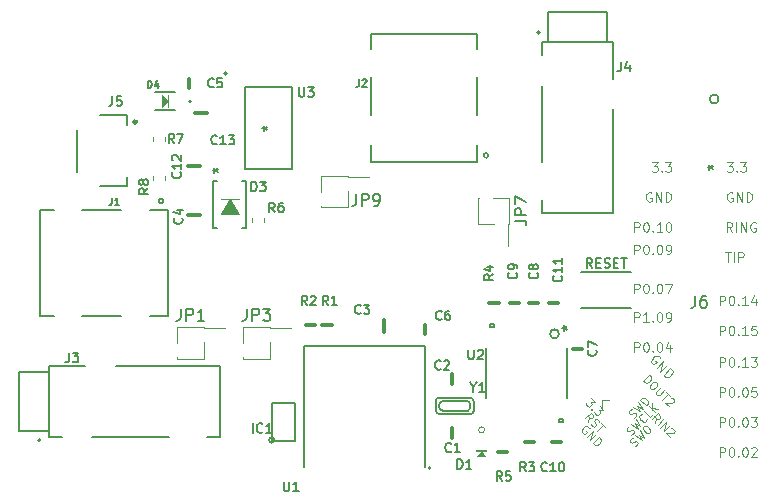
<source format=gto>
G04 #@! TF.GenerationSoftware,KiCad,Pcbnew,(5.1.6-0-10_14)*
G04 #@! TF.CreationDate,2021-09-10T12:16:29-05:00*
G04 #@! TF.ProjectId,DFC_REV_D,4446435f-5245-4565-9f44-2e6b69636164,rev?*
G04 #@! TF.SameCoordinates,Original*
G04 #@! TF.FileFunction,Legend,Top*
G04 #@! TF.FilePolarity,Positive*
%FSLAX46Y46*%
G04 Gerber Fmt 4.6, Leading zero omitted, Abs format (unit mm)*
G04 Created by KiCad (PCBNEW (5.1.6-0-10_14)) date 2021-09-10 12:16:29*
%MOMM*%
%LPD*%
G01*
G04 APERTURE LIST*
%ADD10C,0.100000*%
%ADD11C,0.152400*%
%ADD12C,0.120000*%
%ADD13C,0.200000*%
%ADD14C,0.127000*%
%ADD15C,0.304800*%
%ADD16C,0.203200*%
%ADD17C,0.300000*%
%ADD18C,0.150000*%
%ADD19C,0.146304*%
G04 APERTURE END LIST*
D10*
X172435761Y-109396932D02*
X172530042Y-109349792D01*
X172647893Y-109231941D01*
X172671463Y-109161230D01*
X172671463Y-109114089D01*
X172647893Y-109043379D01*
X172600752Y-108996238D01*
X172530042Y-108972668D01*
X172482901Y-108972668D01*
X172412190Y-108996238D01*
X172294339Y-109066949D01*
X172223629Y-109090519D01*
X172176488Y-109090519D01*
X172105778Y-109066949D01*
X172058637Y-109019809D01*
X172035067Y-108949098D01*
X172035067Y-108901957D01*
X172058637Y-108831247D01*
X172176488Y-108713396D01*
X172270769Y-108666255D01*
X172412190Y-108477693D02*
X173025016Y-108854817D01*
X172765744Y-108406983D01*
X173213578Y-108666255D01*
X172836455Y-108053429D01*
X173755693Y-108029859D02*
X173755693Y-108076999D01*
X173708553Y-108171280D01*
X173661412Y-108218421D01*
X173567132Y-108265561D01*
X173472851Y-108265561D01*
X173402140Y-108241991D01*
X173284289Y-108171280D01*
X173213578Y-108100570D01*
X173142867Y-107982719D01*
X173119297Y-107912008D01*
X173119297Y-107817727D01*
X173166438Y-107723446D01*
X173213578Y-107676306D01*
X173307859Y-107629165D01*
X173355000Y-107629165D01*
X174250668Y-107629165D02*
X174014966Y-107864867D01*
X173519991Y-107369893D01*
X174415660Y-107464174D02*
X173920685Y-106969199D01*
X174698502Y-107181331D02*
X174203528Y-107110620D01*
X174203528Y-106686356D02*
X174203528Y-107252042D01*
X172629595Y-107933098D02*
X172723876Y-107885957D01*
X172841727Y-107768106D01*
X172865297Y-107697396D01*
X172865297Y-107650255D01*
X172841727Y-107579544D01*
X172794587Y-107532404D01*
X172723876Y-107508834D01*
X172676735Y-107508834D01*
X172606025Y-107532404D01*
X172488174Y-107603115D01*
X172417463Y-107626685D01*
X172370322Y-107626685D01*
X172299612Y-107603115D01*
X172252471Y-107555974D01*
X172228901Y-107485264D01*
X172228901Y-107438123D01*
X172252471Y-107367412D01*
X172370322Y-107249561D01*
X172464603Y-107202421D01*
X172606025Y-107013859D02*
X173218851Y-107390983D01*
X172959578Y-106943148D01*
X173407412Y-107202421D01*
X173030289Y-106589595D01*
X173713825Y-106896008D02*
X173218851Y-106401033D01*
X173336702Y-106283182D01*
X173430983Y-106236042D01*
X173525264Y-106236042D01*
X173595974Y-106259612D01*
X173713825Y-106330322D01*
X173784536Y-106401033D01*
X173855247Y-106518884D01*
X173878817Y-106589595D01*
X173878817Y-106683876D01*
X173831677Y-106778157D01*
X173713825Y-106896008D01*
X172744810Y-110357883D02*
X172839091Y-110310743D01*
X172956942Y-110192891D01*
X172980512Y-110122181D01*
X172980512Y-110075040D01*
X172956942Y-110004330D01*
X172909801Y-109957189D01*
X172839091Y-109933619D01*
X172791950Y-109933619D01*
X172721240Y-109957189D01*
X172603389Y-110027900D01*
X172532678Y-110051470D01*
X172485537Y-110051470D01*
X172414827Y-110027900D01*
X172367686Y-109980759D01*
X172344116Y-109910049D01*
X172344116Y-109862908D01*
X172367686Y-109792198D01*
X172485537Y-109674346D01*
X172579818Y-109627206D01*
X172721240Y-109438644D02*
X173334066Y-109815768D01*
X173074793Y-109367933D01*
X173522627Y-109627206D01*
X173145504Y-109014380D01*
X173428346Y-108731537D02*
X173522627Y-108637256D01*
X173593338Y-108613686D01*
X173687619Y-108613686D01*
X173805470Y-108684397D01*
X173970462Y-108849389D01*
X174041172Y-108967240D01*
X174041172Y-109061521D01*
X174017602Y-109132231D01*
X173923321Y-109226512D01*
X173852610Y-109250082D01*
X173758330Y-109250082D01*
X173640478Y-109179372D01*
X173475487Y-109014380D01*
X173404776Y-108896529D01*
X173404776Y-108802248D01*
X173428346Y-108731537D01*
X168907363Y-108849389D02*
X168883793Y-108778678D01*
X168813082Y-108707967D01*
X168718801Y-108660827D01*
X168624521Y-108660827D01*
X168553810Y-108684397D01*
X168435959Y-108755108D01*
X168365248Y-108825818D01*
X168294537Y-108943669D01*
X168270967Y-109014380D01*
X168270967Y-109108661D01*
X168318108Y-109202942D01*
X168365248Y-109250082D01*
X168459529Y-109297223D01*
X168506669Y-109297223D01*
X168671661Y-109132231D01*
X168577380Y-109037950D01*
X168671661Y-109556495D02*
X169166636Y-109061521D01*
X168954504Y-109839338D01*
X169449478Y-109344363D01*
X169190206Y-110075040D02*
X169685181Y-109580066D01*
X169803032Y-109697917D01*
X169850172Y-109792198D01*
X169850172Y-109886478D01*
X169826602Y-109957189D01*
X169755891Y-110075040D01*
X169685181Y-110145751D01*
X169567330Y-110216462D01*
X169496619Y-110240032D01*
X169402338Y-110240032D01*
X169308057Y-110192891D01*
X169190206Y-110075040D01*
X168796025Y-108283859D02*
X168866735Y-107883165D01*
X168513182Y-108001016D02*
X169008157Y-107506042D01*
X169196719Y-107694603D01*
X169220289Y-107765314D01*
X169220289Y-107812455D01*
X169196719Y-107883165D01*
X169126008Y-107953876D01*
X169055297Y-107977446D01*
X169008157Y-107977446D01*
X168937446Y-107953876D01*
X168748884Y-107765314D01*
X169008157Y-108448851D02*
X169055297Y-108543132D01*
X169173148Y-108660983D01*
X169243859Y-108684553D01*
X169291000Y-108684553D01*
X169361710Y-108660983D01*
X169408851Y-108613842D01*
X169432421Y-108543132D01*
X169432421Y-108495991D01*
X169408851Y-108425280D01*
X169338140Y-108307429D01*
X169314570Y-108236719D01*
X169314570Y-108189578D01*
X169338140Y-108118867D01*
X169385280Y-108071727D01*
X169455991Y-108048157D01*
X169503132Y-108048157D01*
X169573842Y-108071727D01*
X169691693Y-108189578D01*
X169738834Y-108283859D01*
X169903825Y-108401710D02*
X170186668Y-108684553D01*
X169550272Y-109038106D02*
X170045247Y-108543132D01*
X169043512Y-106271397D02*
X169349925Y-106577810D01*
X168996372Y-106601380D01*
X169067082Y-106672091D01*
X169090653Y-106742801D01*
X169090653Y-106789942D01*
X169067082Y-106860653D01*
X168949231Y-106978504D01*
X168878521Y-107002074D01*
X168831380Y-107002074D01*
X168760669Y-106978504D01*
X168619248Y-106837082D01*
X168595678Y-106766372D01*
X168595678Y-106719231D01*
X169114223Y-107237776D02*
X169114223Y-107284917D01*
X169067082Y-107284917D01*
X169067082Y-107237776D01*
X169114223Y-107237776D01*
X169067082Y-107284917D01*
X169750619Y-106978504D02*
X170057032Y-107284917D01*
X169703478Y-107308487D01*
X169774189Y-107379198D01*
X169797759Y-107449908D01*
X169797759Y-107497049D01*
X169774189Y-107567759D01*
X169656338Y-107685610D01*
X169585627Y-107709181D01*
X169538487Y-107709181D01*
X169467776Y-107685610D01*
X169326355Y-107544189D01*
X169302785Y-107473478D01*
X169302785Y-107426338D01*
X172701142Y-92182904D02*
X172701142Y-91382904D01*
X173005904Y-91382904D01*
X173082095Y-91421000D01*
X173120190Y-91459095D01*
X173158285Y-91535285D01*
X173158285Y-91649571D01*
X173120190Y-91725761D01*
X173082095Y-91763857D01*
X173005904Y-91801952D01*
X172701142Y-91801952D01*
X173653523Y-91382904D02*
X173729714Y-91382904D01*
X173805904Y-91421000D01*
X173844000Y-91459095D01*
X173882095Y-91535285D01*
X173920190Y-91687666D01*
X173920190Y-91878142D01*
X173882095Y-92030523D01*
X173844000Y-92106714D01*
X173805904Y-92144809D01*
X173729714Y-92182904D01*
X173653523Y-92182904D01*
X173577333Y-92144809D01*
X173539238Y-92106714D01*
X173501142Y-92030523D01*
X173463047Y-91878142D01*
X173463047Y-91687666D01*
X173501142Y-91535285D01*
X173539238Y-91459095D01*
X173577333Y-91421000D01*
X173653523Y-91382904D01*
X174263047Y-92106714D02*
X174301142Y-92144809D01*
X174263047Y-92182904D01*
X174224952Y-92144809D01*
X174263047Y-92106714D01*
X174263047Y-92182904D01*
X175063047Y-92182904D02*
X174605904Y-92182904D01*
X174834476Y-92182904D02*
X174834476Y-91382904D01*
X174758285Y-91497190D01*
X174682095Y-91573380D01*
X174605904Y-91611476D01*
X175558285Y-91382904D02*
X175634476Y-91382904D01*
X175710666Y-91421000D01*
X175748761Y-91459095D01*
X175786857Y-91535285D01*
X175824952Y-91687666D01*
X175824952Y-91878142D01*
X175786857Y-92030523D01*
X175748761Y-92106714D01*
X175710666Y-92144809D01*
X175634476Y-92182904D01*
X175558285Y-92182904D01*
X175482095Y-92144809D01*
X175444000Y-92106714D01*
X175405904Y-92030523D01*
X175367809Y-91878142D01*
X175367809Y-91687666D01*
X175405904Y-91535285D01*
X175444000Y-91459095D01*
X175482095Y-91421000D01*
X175558285Y-91382904D01*
X172701142Y-102342904D02*
X172701142Y-101542904D01*
X173005904Y-101542904D01*
X173082095Y-101581000D01*
X173120190Y-101619095D01*
X173158285Y-101695285D01*
X173158285Y-101809571D01*
X173120190Y-101885761D01*
X173082095Y-101923857D01*
X173005904Y-101961952D01*
X172701142Y-101961952D01*
X173653523Y-101542904D02*
X173729714Y-101542904D01*
X173805904Y-101581000D01*
X173844000Y-101619095D01*
X173882095Y-101695285D01*
X173920190Y-101847666D01*
X173920190Y-102038142D01*
X173882095Y-102190523D01*
X173844000Y-102266714D01*
X173805904Y-102304809D01*
X173729714Y-102342904D01*
X173653523Y-102342904D01*
X173577333Y-102304809D01*
X173539238Y-102266714D01*
X173501142Y-102190523D01*
X173463047Y-102038142D01*
X173463047Y-101847666D01*
X173501142Y-101695285D01*
X173539238Y-101619095D01*
X173577333Y-101581000D01*
X173653523Y-101542904D01*
X174263047Y-102266714D02*
X174301142Y-102304809D01*
X174263047Y-102342904D01*
X174224952Y-102304809D01*
X174263047Y-102266714D01*
X174263047Y-102342904D01*
X174796380Y-101542904D02*
X174872571Y-101542904D01*
X174948761Y-101581000D01*
X174986857Y-101619095D01*
X175024952Y-101695285D01*
X175063047Y-101847666D01*
X175063047Y-102038142D01*
X175024952Y-102190523D01*
X174986857Y-102266714D01*
X174948761Y-102304809D01*
X174872571Y-102342904D01*
X174796380Y-102342904D01*
X174720190Y-102304809D01*
X174682095Y-102266714D01*
X174644000Y-102190523D01*
X174605904Y-102038142D01*
X174605904Y-101847666D01*
X174644000Y-101695285D01*
X174682095Y-101619095D01*
X174720190Y-101581000D01*
X174796380Y-101542904D01*
X175748761Y-101809571D02*
X175748761Y-102342904D01*
X175558285Y-101504809D02*
X175367809Y-102076238D01*
X175863047Y-102076238D01*
X179940142Y-108692904D02*
X179940142Y-107892904D01*
X180244904Y-107892904D01*
X180321095Y-107931000D01*
X180359190Y-107969095D01*
X180397285Y-108045285D01*
X180397285Y-108159571D01*
X180359190Y-108235761D01*
X180321095Y-108273857D01*
X180244904Y-108311952D01*
X179940142Y-108311952D01*
X180892523Y-107892904D02*
X180968714Y-107892904D01*
X181044904Y-107931000D01*
X181083000Y-107969095D01*
X181121095Y-108045285D01*
X181159190Y-108197666D01*
X181159190Y-108388142D01*
X181121095Y-108540523D01*
X181083000Y-108616714D01*
X181044904Y-108654809D01*
X180968714Y-108692904D01*
X180892523Y-108692904D01*
X180816333Y-108654809D01*
X180778238Y-108616714D01*
X180740142Y-108540523D01*
X180702047Y-108388142D01*
X180702047Y-108197666D01*
X180740142Y-108045285D01*
X180778238Y-107969095D01*
X180816333Y-107931000D01*
X180892523Y-107892904D01*
X181502047Y-108616714D02*
X181540142Y-108654809D01*
X181502047Y-108692904D01*
X181463952Y-108654809D01*
X181502047Y-108616714D01*
X181502047Y-108692904D01*
X182035380Y-107892904D02*
X182111571Y-107892904D01*
X182187761Y-107931000D01*
X182225857Y-107969095D01*
X182263952Y-108045285D01*
X182302047Y-108197666D01*
X182302047Y-108388142D01*
X182263952Y-108540523D01*
X182225857Y-108616714D01*
X182187761Y-108654809D01*
X182111571Y-108692904D01*
X182035380Y-108692904D01*
X181959190Y-108654809D01*
X181921095Y-108616714D01*
X181883000Y-108540523D01*
X181844904Y-108388142D01*
X181844904Y-108197666D01*
X181883000Y-108045285D01*
X181921095Y-107969095D01*
X181959190Y-107931000D01*
X182035380Y-107892904D01*
X182568714Y-107892904D02*
X183063952Y-107892904D01*
X182797285Y-108197666D01*
X182911571Y-108197666D01*
X182987761Y-108235761D01*
X183025857Y-108273857D01*
X183063952Y-108350047D01*
X183063952Y-108540523D01*
X183025857Y-108616714D01*
X182987761Y-108654809D01*
X182911571Y-108692904D01*
X182683000Y-108692904D01*
X182606809Y-108654809D01*
X182568714Y-108616714D01*
X179940142Y-111232904D02*
X179940142Y-110432904D01*
X180244904Y-110432904D01*
X180321095Y-110471000D01*
X180359190Y-110509095D01*
X180397285Y-110585285D01*
X180397285Y-110699571D01*
X180359190Y-110775761D01*
X180321095Y-110813857D01*
X180244904Y-110851952D01*
X179940142Y-110851952D01*
X180892523Y-110432904D02*
X180968714Y-110432904D01*
X181044904Y-110471000D01*
X181083000Y-110509095D01*
X181121095Y-110585285D01*
X181159190Y-110737666D01*
X181159190Y-110928142D01*
X181121095Y-111080523D01*
X181083000Y-111156714D01*
X181044904Y-111194809D01*
X180968714Y-111232904D01*
X180892523Y-111232904D01*
X180816333Y-111194809D01*
X180778238Y-111156714D01*
X180740142Y-111080523D01*
X180702047Y-110928142D01*
X180702047Y-110737666D01*
X180740142Y-110585285D01*
X180778238Y-110509095D01*
X180816333Y-110471000D01*
X180892523Y-110432904D01*
X181502047Y-111156714D02*
X181540142Y-111194809D01*
X181502047Y-111232904D01*
X181463952Y-111194809D01*
X181502047Y-111156714D01*
X181502047Y-111232904D01*
X182035380Y-110432904D02*
X182111571Y-110432904D01*
X182187761Y-110471000D01*
X182225857Y-110509095D01*
X182263952Y-110585285D01*
X182302047Y-110737666D01*
X182302047Y-110928142D01*
X182263952Y-111080523D01*
X182225857Y-111156714D01*
X182187761Y-111194809D01*
X182111571Y-111232904D01*
X182035380Y-111232904D01*
X181959190Y-111194809D01*
X181921095Y-111156714D01*
X181883000Y-111080523D01*
X181844904Y-110928142D01*
X181844904Y-110737666D01*
X181883000Y-110585285D01*
X181921095Y-110509095D01*
X181959190Y-110471000D01*
X182035380Y-110432904D01*
X182606809Y-110509095D02*
X182644904Y-110471000D01*
X182721095Y-110432904D01*
X182911571Y-110432904D01*
X182987761Y-110471000D01*
X183025857Y-110509095D01*
X183063952Y-110585285D01*
X183063952Y-110661476D01*
X183025857Y-110775761D01*
X182568714Y-111232904D01*
X183063952Y-111232904D01*
X173455637Y-104815471D02*
X173950612Y-104320497D01*
X174068463Y-104438348D01*
X174115603Y-104532629D01*
X174115603Y-104626910D01*
X174092033Y-104697620D01*
X174021322Y-104815471D01*
X173950612Y-104886182D01*
X173832761Y-104956893D01*
X173762050Y-104980463D01*
X173667769Y-104980463D01*
X173573488Y-104933322D01*
X173455637Y-104815471D01*
X174539867Y-104909752D02*
X174634148Y-105004033D01*
X174657719Y-105074744D01*
X174657719Y-105169025D01*
X174587008Y-105286876D01*
X174422016Y-105451867D01*
X174304165Y-105522578D01*
X174209884Y-105522578D01*
X174139174Y-105499008D01*
X174044893Y-105404727D01*
X174021322Y-105334016D01*
X174021322Y-105239735D01*
X174092033Y-105121884D01*
X174257025Y-104956893D01*
X174374876Y-104886182D01*
X174469157Y-104886182D01*
X174539867Y-104909752D01*
X174964132Y-105334016D02*
X174563438Y-105734710D01*
X174539867Y-105805421D01*
X174539867Y-105852561D01*
X174563438Y-105923272D01*
X174657719Y-106017553D01*
X174728429Y-106041123D01*
X174775570Y-106041123D01*
X174846280Y-106017553D01*
X175246974Y-105616859D01*
X175411966Y-105781851D02*
X175694809Y-106064693D01*
X175058412Y-106418247D02*
X175553387Y-105923272D01*
X175789089Y-106253255D02*
X175836230Y-106253255D01*
X175906941Y-106276825D01*
X176024792Y-106394677D01*
X176048362Y-106465387D01*
X176048362Y-106512528D01*
X176024792Y-106583238D01*
X175977651Y-106630379D01*
X175883370Y-106677519D01*
X175317685Y-106677519D01*
X175624098Y-106983932D01*
X172701142Y-94087904D02*
X172701142Y-93287904D01*
X173005904Y-93287904D01*
X173082095Y-93326000D01*
X173120190Y-93364095D01*
X173158285Y-93440285D01*
X173158285Y-93554571D01*
X173120190Y-93630761D01*
X173082095Y-93668857D01*
X173005904Y-93706952D01*
X172701142Y-93706952D01*
X173653523Y-93287904D02*
X173729714Y-93287904D01*
X173805904Y-93326000D01*
X173844000Y-93364095D01*
X173882095Y-93440285D01*
X173920190Y-93592666D01*
X173920190Y-93783142D01*
X173882095Y-93935523D01*
X173844000Y-94011714D01*
X173805904Y-94049809D01*
X173729714Y-94087904D01*
X173653523Y-94087904D01*
X173577333Y-94049809D01*
X173539238Y-94011714D01*
X173501142Y-93935523D01*
X173463047Y-93783142D01*
X173463047Y-93592666D01*
X173501142Y-93440285D01*
X173539238Y-93364095D01*
X173577333Y-93326000D01*
X173653523Y-93287904D01*
X174263047Y-94011714D02*
X174301142Y-94049809D01*
X174263047Y-94087904D01*
X174224952Y-94049809D01*
X174263047Y-94011714D01*
X174263047Y-94087904D01*
X174796380Y-93287904D02*
X174872571Y-93287904D01*
X174948761Y-93326000D01*
X174986857Y-93364095D01*
X175024952Y-93440285D01*
X175063047Y-93592666D01*
X175063047Y-93783142D01*
X175024952Y-93935523D01*
X174986857Y-94011714D01*
X174948761Y-94049809D01*
X174872571Y-94087904D01*
X174796380Y-94087904D01*
X174720190Y-94049809D01*
X174682095Y-94011714D01*
X174644000Y-93935523D01*
X174605904Y-93783142D01*
X174605904Y-93592666D01*
X174644000Y-93440285D01*
X174682095Y-93364095D01*
X174720190Y-93326000D01*
X174796380Y-93287904D01*
X175444000Y-94087904D02*
X175596380Y-94087904D01*
X175672571Y-94049809D01*
X175710666Y-94011714D01*
X175786857Y-93897428D01*
X175824952Y-93745047D01*
X175824952Y-93440285D01*
X175786857Y-93364095D01*
X175748761Y-93326000D01*
X175672571Y-93287904D01*
X175520190Y-93287904D01*
X175444000Y-93326000D01*
X175405904Y-93364095D01*
X175367809Y-93440285D01*
X175367809Y-93630761D01*
X175405904Y-93706952D01*
X175444000Y-93745047D01*
X175520190Y-93783142D01*
X175672571Y-93783142D01*
X175748761Y-93745047D01*
X175786857Y-93706952D01*
X175824952Y-93630761D01*
X179940142Y-106152904D02*
X179940142Y-105352904D01*
X180244904Y-105352904D01*
X180321095Y-105391000D01*
X180359190Y-105429095D01*
X180397285Y-105505285D01*
X180397285Y-105619571D01*
X180359190Y-105695761D01*
X180321095Y-105733857D01*
X180244904Y-105771952D01*
X179940142Y-105771952D01*
X180892523Y-105352904D02*
X180968714Y-105352904D01*
X181044904Y-105391000D01*
X181083000Y-105429095D01*
X181121095Y-105505285D01*
X181159190Y-105657666D01*
X181159190Y-105848142D01*
X181121095Y-106000523D01*
X181083000Y-106076714D01*
X181044904Y-106114809D01*
X180968714Y-106152904D01*
X180892523Y-106152904D01*
X180816333Y-106114809D01*
X180778238Y-106076714D01*
X180740142Y-106000523D01*
X180702047Y-105848142D01*
X180702047Y-105657666D01*
X180740142Y-105505285D01*
X180778238Y-105429095D01*
X180816333Y-105391000D01*
X180892523Y-105352904D01*
X181502047Y-106076714D02*
X181540142Y-106114809D01*
X181502047Y-106152904D01*
X181463952Y-106114809D01*
X181502047Y-106076714D01*
X181502047Y-106152904D01*
X182035380Y-105352904D02*
X182111571Y-105352904D01*
X182187761Y-105391000D01*
X182225857Y-105429095D01*
X182263952Y-105505285D01*
X182302047Y-105657666D01*
X182302047Y-105848142D01*
X182263952Y-106000523D01*
X182225857Y-106076714D01*
X182187761Y-106114809D01*
X182111571Y-106152904D01*
X182035380Y-106152904D01*
X181959190Y-106114809D01*
X181921095Y-106076714D01*
X181883000Y-106000523D01*
X181844904Y-105848142D01*
X181844904Y-105657666D01*
X181883000Y-105505285D01*
X181921095Y-105429095D01*
X181959190Y-105391000D01*
X182035380Y-105352904D01*
X183025857Y-105352904D02*
X182644904Y-105352904D01*
X182606809Y-105733857D01*
X182644904Y-105695761D01*
X182721095Y-105657666D01*
X182911571Y-105657666D01*
X182987761Y-105695761D01*
X183025857Y-105733857D01*
X183063952Y-105810047D01*
X183063952Y-106000523D01*
X183025857Y-106076714D01*
X182987761Y-106114809D01*
X182911571Y-106152904D01*
X182721095Y-106152904D01*
X182644904Y-106114809D01*
X182606809Y-106076714D01*
X179940142Y-103612904D02*
X179940142Y-102812904D01*
X180244904Y-102812904D01*
X180321095Y-102851000D01*
X180359190Y-102889095D01*
X180397285Y-102965285D01*
X180397285Y-103079571D01*
X180359190Y-103155761D01*
X180321095Y-103193857D01*
X180244904Y-103231952D01*
X179940142Y-103231952D01*
X180892523Y-102812904D02*
X180968714Y-102812904D01*
X181044904Y-102851000D01*
X181083000Y-102889095D01*
X181121095Y-102965285D01*
X181159190Y-103117666D01*
X181159190Y-103308142D01*
X181121095Y-103460523D01*
X181083000Y-103536714D01*
X181044904Y-103574809D01*
X180968714Y-103612904D01*
X180892523Y-103612904D01*
X180816333Y-103574809D01*
X180778238Y-103536714D01*
X180740142Y-103460523D01*
X180702047Y-103308142D01*
X180702047Y-103117666D01*
X180740142Y-102965285D01*
X180778238Y-102889095D01*
X180816333Y-102851000D01*
X180892523Y-102812904D01*
X181502047Y-103536714D02*
X181540142Y-103574809D01*
X181502047Y-103612904D01*
X181463952Y-103574809D01*
X181502047Y-103536714D01*
X181502047Y-103612904D01*
X182302047Y-103612904D02*
X181844904Y-103612904D01*
X182073476Y-103612904D02*
X182073476Y-102812904D01*
X181997285Y-102927190D01*
X181921095Y-103003380D01*
X181844904Y-103041476D01*
X182568714Y-102812904D02*
X183063952Y-102812904D01*
X182797285Y-103117666D01*
X182911571Y-103117666D01*
X182987761Y-103155761D01*
X183025857Y-103193857D01*
X183063952Y-103270047D01*
X183063952Y-103460523D01*
X183025857Y-103536714D01*
X182987761Y-103574809D01*
X182911571Y-103612904D01*
X182683000Y-103612904D01*
X182606809Y-103574809D01*
X182568714Y-103536714D01*
X179940142Y-98405904D02*
X179940142Y-97605904D01*
X180244904Y-97605904D01*
X180321095Y-97644000D01*
X180359190Y-97682095D01*
X180397285Y-97758285D01*
X180397285Y-97872571D01*
X180359190Y-97948761D01*
X180321095Y-97986857D01*
X180244904Y-98024952D01*
X179940142Y-98024952D01*
X180892523Y-97605904D02*
X180968714Y-97605904D01*
X181044904Y-97644000D01*
X181083000Y-97682095D01*
X181121095Y-97758285D01*
X181159190Y-97910666D01*
X181159190Y-98101142D01*
X181121095Y-98253523D01*
X181083000Y-98329714D01*
X181044904Y-98367809D01*
X180968714Y-98405904D01*
X180892523Y-98405904D01*
X180816333Y-98367809D01*
X180778238Y-98329714D01*
X180740142Y-98253523D01*
X180702047Y-98101142D01*
X180702047Y-97910666D01*
X180740142Y-97758285D01*
X180778238Y-97682095D01*
X180816333Y-97644000D01*
X180892523Y-97605904D01*
X181502047Y-98329714D02*
X181540142Y-98367809D01*
X181502047Y-98405904D01*
X181463952Y-98367809D01*
X181502047Y-98329714D01*
X181502047Y-98405904D01*
X182302047Y-98405904D02*
X181844904Y-98405904D01*
X182073476Y-98405904D02*
X182073476Y-97605904D01*
X181997285Y-97720190D01*
X181921095Y-97796380D01*
X181844904Y-97834476D01*
X182987761Y-97872571D02*
X182987761Y-98405904D01*
X182797285Y-97567809D02*
X182606809Y-98139238D01*
X183102047Y-98139238D01*
X174167904Y-86302904D02*
X174663142Y-86302904D01*
X174396476Y-86607666D01*
X174510761Y-86607666D01*
X174586952Y-86645761D01*
X174625047Y-86683857D01*
X174663142Y-86760047D01*
X174663142Y-86950523D01*
X174625047Y-87026714D01*
X174586952Y-87064809D01*
X174510761Y-87102904D01*
X174282190Y-87102904D01*
X174206000Y-87064809D01*
X174167904Y-87026714D01*
X175006000Y-87026714D02*
X175044095Y-87064809D01*
X175006000Y-87102904D01*
X174967904Y-87064809D01*
X175006000Y-87026714D01*
X175006000Y-87102904D01*
X175310761Y-86302904D02*
X175806000Y-86302904D01*
X175539333Y-86607666D01*
X175653619Y-86607666D01*
X175729809Y-86645761D01*
X175767904Y-86683857D01*
X175806000Y-86760047D01*
X175806000Y-86950523D01*
X175767904Y-87026714D01*
X175729809Y-87064809D01*
X175653619Y-87102904D01*
X175425047Y-87102904D01*
X175348857Y-87064809D01*
X175310761Y-87026714D01*
X180517904Y-86302904D02*
X181013142Y-86302904D01*
X180746476Y-86607666D01*
X180860761Y-86607666D01*
X180936952Y-86645761D01*
X180975047Y-86683857D01*
X181013142Y-86760047D01*
X181013142Y-86950523D01*
X180975047Y-87026714D01*
X180936952Y-87064809D01*
X180860761Y-87102904D01*
X180632190Y-87102904D01*
X180556000Y-87064809D01*
X180517904Y-87026714D01*
X181356000Y-87026714D02*
X181394095Y-87064809D01*
X181356000Y-87102904D01*
X181317904Y-87064809D01*
X181356000Y-87026714D01*
X181356000Y-87102904D01*
X181660761Y-86302904D02*
X182156000Y-86302904D01*
X181889333Y-86607666D01*
X182003619Y-86607666D01*
X182079809Y-86645761D01*
X182117904Y-86683857D01*
X182156000Y-86760047D01*
X182156000Y-86950523D01*
X182117904Y-87026714D01*
X182079809Y-87064809D01*
X182003619Y-87102904D01*
X181775047Y-87102904D01*
X181698857Y-87064809D01*
X181660761Y-87026714D01*
X174449463Y-108349297D02*
X174520174Y-107948603D01*
X174166620Y-108066455D02*
X174661595Y-107571480D01*
X174850157Y-107760042D01*
X174873727Y-107830752D01*
X174873727Y-107877893D01*
X174850157Y-107948603D01*
X174779446Y-108019314D01*
X174708735Y-108042884D01*
X174661595Y-108042884D01*
X174590884Y-108019314D01*
X174402322Y-107830752D01*
X174661595Y-108561429D02*
X175156570Y-108066455D01*
X174897297Y-108797132D02*
X175392272Y-108302157D01*
X175180140Y-109079974D01*
X175675115Y-108585000D01*
X175840106Y-108844272D02*
X175887247Y-108844272D01*
X175957957Y-108867842D01*
X176075809Y-108985693D01*
X176099379Y-109056404D01*
X176099379Y-109103544D01*
X176075809Y-109174255D01*
X176028668Y-109221396D01*
X175934387Y-109268536D01*
X175368702Y-109268536D01*
X175675115Y-109574949D01*
X174142476Y-88881000D02*
X174066285Y-88842904D01*
X173952000Y-88842904D01*
X173837714Y-88881000D01*
X173761523Y-88957190D01*
X173723428Y-89033380D01*
X173685333Y-89185761D01*
X173685333Y-89300047D01*
X173723428Y-89452428D01*
X173761523Y-89528619D01*
X173837714Y-89604809D01*
X173952000Y-89642904D01*
X174028190Y-89642904D01*
X174142476Y-89604809D01*
X174180571Y-89566714D01*
X174180571Y-89300047D01*
X174028190Y-89300047D01*
X174523428Y-89642904D02*
X174523428Y-88842904D01*
X174980571Y-89642904D01*
X174980571Y-88842904D01*
X175361523Y-89642904D02*
X175361523Y-88842904D01*
X175552000Y-88842904D01*
X175666285Y-88881000D01*
X175742476Y-88957190D01*
X175780571Y-89033380D01*
X175818666Y-89185761D01*
X175818666Y-89300047D01*
X175780571Y-89452428D01*
X175742476Y-89528619D01*
X175666285Y-89604809D01*
X175552000Y-89642904D01*
X175361523Y-89642904D01*
X172701142Y-99802904D02*
X172701142Y-99002904D01*
X173005904Y-99002904D01*
X173082095Y-99041000D01*
X173120190Y-99079095D01*
X173158285Y-99155285D01*
X173158285Y-99269571D01*
X173120190Y-99345761D01*
X173082095Y-99383857D01*
X173005904Y-99421952D01*
X172701142Y-99421952D01*
X173920190Y-99802904D02*
X173463047Y-99802904D01*
X173691619Y-99802904D02*
X173691619Y-99002904D01*
X173615428Y-99117190D01*
X173539238Y-99193380D01*
X173463047Y-99231476D01*
X174263047Y-99726714D02*
X174301142Y-99764809D01*
X174263047Y-99802904D01*
X174224952Y-99764809D01*
X174263047Y-99726714D01*
X174263047Y-99802904D01*
X174796380Y-99002904D02*
X174872571Y-99002904D01*
X174948761Y-99041000D01*
X174986857Y-99079095D01*
X175024952Y-99155285D01*
X175063047Y-99307666D01*
X175063047Y-99498142D01*
X175024952Y-99650523D01*
X174986857Y-99726714D01*
X174948761Y-99764809D01*
X174872571Y-99802904D01*
X174796380Y-99802904D01*
X174720190Y-99764809D01*
X174682095Y-99726714D01*
X174644000Y-99650523D01*
X174605904Y-99498142D01*
X174605904Y-99307666D01*
X174644000Y-99155285D01*
X174682095Y-99079095D01*
X174720190Y-99041000D01*
X174796380Y-99002904D01*
X175444000Y-99802904D02*
X175596380Y-99802904D01*
X175672571Y-99764809D01*
X175710666Y-99726714D01*
X175786857Y-99612428D01*
X175824952Y-99460047D01*
X175824952Y-99155285D01*
X175786857Y-99079095D01*
X175748761Y-99041000D01*
X175672571Y-99002904D01*
X175520190Y-99002904D01*
X175444000Y-99041000D01*
X175405904Y-99079095D01*
X175367809Y-99155285D01*
X175367809Y-99345761D01*
X175405904Y-99421952D01*
X175444000Y-99460047D01*
X175520190Y-99498142D01*
X175672571Y-99498142D01*
X175748761Y-99460047D01*
X175786857Y-99421952D01*
X175824952Y-99345761D01*
X172701142Y-97389904D02*
X172701142Y-96589904D01*
X173005904Y-96589904D01*
X173082095Y-96628000D01*
X173120190Y-96666095D01*
X173158285Y-96742285D01*
X173158285Y-96856571D01*
X173120190Y-96932761D01*
X173082095Y-96970857D01*
X173005904Y-97008952D01*
X172701142Y-97008952D01*
X173653523Y-96589904D02*
X173729714Y-96589904D01*
X173805904Y-96628000D01*
X173844000Y-96666095D01*
X173882095Y-96742285D01*
X173920190Y-96894666D01*
X173920190Y-97085142D01*
X173882095Y-97237523D01*
X173844000Y-97313714D01*
X173805904Y-97351809D01*
X173729714Y-97389904D01*
X173653523Y-97389904D01*
X173577333Y-97351809D01*
X173539238Y-97313714D01*
X173501142Y-97237523D01*
X173463047Y-97085142D01*
X173463047Y-96894666D01*
X173501142Y-96742285D01*
X173539238Y-96666095D01*
X173577333Y-96628000D01*
X173653523Y-96589904D01*
X174263047Y-97313714D02*
X174301142Y-97351809D01*
X174263047Y-97389904D01*
X174224952Y-97351809D01*
X174263047Y-97313714D01*
X174263047Y-97389904D01*
X174796380Y-96589904D02*
X174872571Y-96589904D01*
X174948761Y-96628000D01*
X174986857Y-96666095D01*
X175024952Y-96742285D01*
X175063047Y-96894666D01*
X175063047Y-97085142D01*
X175024952Y-97237523D01*
X174986857Y-97313714D01*
X174948761Y-97351809D01*
X174872571Y-97389904D01*
X174796380Y-97389904D01*
X174720190Y-97351809D01*
X174682095Y-97313714D01*
X174644000Y-97237523D01*
X174605904Y-97085142D01*
X174605904Y-96894666D01*
X174644000Y-96742285D01*
X174682095Y-96666095D01*
X174720190Y-96628000D01*
X174796380Y-96589904D01*
X175329714Y-96589904D02*
X175863047Y-96589904D01*
X175520190Y-97389904D01*
X180975095Y-92182904D02*
X180708428Y-91801952D01*
X180517952Y-92182904D02*
X180517952Y-91382904D01*
X180822714Y-91382904D01*
X180898904Y-91421000D01*
X180937000Y-91459095D01*
X180975095Y-91535285D01*
X180975095Y-91649571D01*
X180937000Y-91725761D01*
X180898904Y-91763857D01*
X180822714Y-91801952D01*
X180517952Y-91801952D01*
X181317952Y-92182904D02*
X181317952Y-91382904D01*
X181698904Y-92182904D02*
X181698904Y-91382904D01*
X182156047Y-92182904D01*
X182156047Y-91382904D01*
X182956047Y-91421000D02*
X182879857Y-91382904D01*
X182765571Y-91382904D01*
X182651285Y-91421000D01*
X182575095Y-91497190D01*
X182537000Y-91573380D01*
X182498904Y-91725761D01*
X182498904Y-91840047D01*
X182537000Y-91992428D01*
X182575095Y-92068619D01*
X182651285Y-92144809D01*
X182765571Y-92182904D01*
X182841761Y-92182904D01*
X182956047Y-92144809D01*
X182994142Y-92106714D01*
X182994142Y-91840047D01*
X182841761Y-91840047D01*
X181000476Y-88881000D02*
X180924285Y-88842904D01*
X180810000Y-88842904D01*
X180695714Y-88881000D01*
X180619523Y-88957190D01*
X180581428Y-89033380D01*
X180543333Y-89185761D01*
X180543333Y-89300047D01*
X180581428Y-89452428D01*
X180619523Y-89528619D01*
X180695714Y-89604809D01*
X180810000Y-89642904D01*
X180886190Y-89642904D01*
X181000476Y-89604809D01*
X181038571Y-89566714D01*
X181038571Y-89300047D01*
X180886190Y-89300047D01*
X181381428Y-89642904D02*
X181381428Y-88842904D01*
X181838571Y-89642904D01*
X181838571Y-88842904D01*
X182219523Y-89642904D02*
X182219523Y-88842904D01*
X182410000Y-88842904D01*
X182524285Y-88881000D01*
X182600476Y-88957190D01*
X182638571Y-89033380D01*
X182676666Y-89185761D01*
X182676666Y-89300047D01*
X182638571Y-89452428D01*
X182600476Y-89528619D01*
X182524285Y-89604809D01*
X182410000Y-89642904D01*
X182219523Y-89642904D01*
X179940142Y-100945904D02*
X179940142Y-100145904D01*
X180244904Y-100145904D01*
X180321095Y-100184000D01*
X180359190Y-100222095D01*
X180397285Y-100298285D01*
X180397285Y-100412571D01*
X180359190Y-100488761D01*
X180321095Y-100526857D01*
X180244904Y-100564952D01*
X179940142Y-100564952D01*
X180892523Y-100145904D02*
X180968714Y-100145904D01*
X181044904Y-100184000D01*
X181083000Y-100222095D01*
X181121095Y-100298285D01*
X181159190Y-100450666D01*
X181159190Y-100641142D01*
X181121095Y-100793523D01*
X181083000Y-100869714D01*
X181044904Y-100907809D01*
X180968714Y-100945904D01*
X180892523Y-100945904D01*
X180816333Y-100907809D01*
X180778238Y-100869714D01*
X180740142Y-100793523D01*
X180702047Y-100641142D01*
X180702047Y-100450666D01*
X180740142Y-100298285D01*
X180778238Y-100222095D01*
X180816333Y-100184000D01*
X180892523Y-100145904D01*
X181502047Y-100869714D02*
X181540142Y-100907809D01*
X181502047Y-100945904D01*
X181463952Y-100907809D01*
X181502047Y-100869714D01*
X181502047Y-100945904D01*
X182302047Y-100945904D02*
X181844904Y-100945904D01*
X182073476Y-100945904D02*
X182073476Y-100145904D01*
X181997285Y-100260190D01*
X181921095Y-100336380D01*
X181844904Y-100374476D01*
X183025857Y-100145904D02*
X182644904Y-100145904D01*
X182606809Y-100526857D01*
X182644904Y-100488761D01*
X182721095Y-100450666D01*
X182911571Y-100450666D01*
X182987761Y-100488761D01*
X183025857Y-100526857D01*
X183063952Y-100603047D01*
X183063952Y-100793523D01*
X183025857Y-100869714D01*
X182987761Y-100907809D01*
X182911571Y-100945904D01*
X182721095Y-100945904D01*
X182644904Y-100907809D01*
X182606809Y-100869714D01*
X180409952Y-93922904D02*
X180867095Y-93922904D01*
X180638523Y-94722904D02*
X180638523Y-93922904D01*
X181133761Y-94722904D02*
X181133761Y-93922904D01*
X181514714Y-94722904D02*
X181514714Y-93922904D01*
X181819476Y-93922904D01*
X181895666Y-93961000D01*
X181933761Y-93999095D01*
X181971857Y-94075285D01*
X181971857Y-94189571D01*
X181933761Y-94265761D01*
X181895666Y-94303857D01*
X181819476Y-94341952D01*
X181514714Y-94341952D01*
X174857844Y-102918158D02*
X174830906Y-102837346D01*
X174750094Y-102756534D01*
X174642345Y-102702659D01*
X174534595Y-102702659D01*
X174453783Y-102729597D01*
X174319096Y-102810409D01*
X174238284Y-102891221D01*
X174157471Y-103025908D01*
X174130534Y-103106720D01*
X174130534Y-103214470D01*
X174184409Y-103322219D01*
X174238284Y-103376094D01*
X174346033Y-103429969D01*
X174399908Y-103429969D01*
X174588470Y-103241407D01*
X174480720Y-103133658D01*
X174588470Y-103726280D02*
X175154155Y-103160595D01*
X174911719Y-104049529D01*
X175477404Y-103483844D01*
X175181093Y-104318903D02*
X175746778Y-103753218D01*
X175881465Y-103887905D01*
X175935340Y-103995654D01*
X175935340Y-104103404D01*
X175908402Y-104184216D01*
X175827590Y-104318903D01*
X175746778Y-104399715D01*
X175612091Y-104480528D01*
X175531279Y-104507465D01*
X175423529Y-104507465D01*
X175315780Y-104453590D01*
X175181093Y-104318903D01*
D11*
X166319200Y-100838000D02*
G75*
G03*
X166319200Y-100838000I-381000J0D01*
G01*
D12*
X134018000Y-100270000D02*
X136238000Y-100270000D01*
X134018000Y-102930000D02*
X136238000Y-102930000D01*
X136238000Y-101550000D02*
X136238000Y-102920000D01*
X134018000Y-100280000D02*
X134018000Y-101650000D01*
X136238000Y-100380000D02*
X138068000Y-100380000D01*
X136238000Y-100270000D02*
X136238000Y-100380000D01*
X134018000Y-102820000D02*
X134018000Y-102930000D01*
X139606000Y-100270000D02*
X141826000Y-100270000D01*
X139606000Y-102930000D02*
X141826000Y-102930000D01*
X141826000Y-101550000D02*
X141826000Y-102920000D01*
X139606000Y-100280000D02*
X139606000Y-101650000D01*
X141826000Y-100380000D02*
X143656000Y-100380000D01*
X141826000Y-100270000D02*
X141826000Y-100380000D01*
X139606000Y-102820000D02*
X139606000Y-102930000D01*
X162112000Y-89314000D02*
X162112000Y-91534000D01*
X159452000Y-89314000D02*
X159452000Y-91534000D01*
X160832000Y-91534000D02*
X159462000Y-91534000D01*
X162102000Y-89314000D02*
X160732000Y-89314000D01*
X162002000Y-91534000D02*
X162002000Y-93364000D01*
X162112000Y-91534000D02*
X162002000Y-91534000D01*
X159562000Y-89314000D02*
X159452000Y-89314000D01*
D13*
X132813400Y-89575000D02*
G75*
G03*
X132813400Y-89575000I-200000J0D01*
G01*
D14*
X122353400Y-99305000D02*
X123603400Y-99305000D01*
X122353400Y-90345000D02*
X122353400Y-99305000D01*
X123603400Y-90345000D02*
X122353400Y-90345000D01*
X129203400Y-90345000D02*
X125953400Y-90345000D01*
X125953400Y-99305000D02*
X129203400Y-99305000D01*
X133203400Y-90345000D02*
X131703400Y-90345000D01*
X133203400Y-99305000D02*
X131703400Y-99305000D01*
X133203400Y-90345000D02*
X133203400Y-99305000D01*
X159371500Y-86315000D02*
X150411500Y-86315000D01*
X150411500Y-86315000D02*
X150411500Y-84815000D01*
X159371500Y-86315000D02*
X159371500Y-84815000D01*
X150411500Y-79065000D02*
X150411500Y-82315000D01*
X159371500Y-82315000D02*
X159371500Y-79065000D01*
X159371500Y-76715000D02*
X159371500Y-75465000D01*
X159371500Y-75465000D02*
X150411500Y-75465000D01*
X150411500Y-75465000D02*
X150411500Y-76715000D01*
D13*
X160341500Y-85725000D02*
G75*
G03*
X160341500Y-85725000I-200000J0D01*
G01*
D11*
X138214100Y-78828900D02*
G75*
G03*
X138214100Y-78828900I-127000J0D01*
G01*
X143700500Y-79971900D02*
X139763500Y-79971900D01*
X143700500Y-86906100D02*
X143700500Y-79971900D01*
X139763500Y-86906100D02*
X143700500Y-86906100D01*
X139763500Y-79971900D02*
X139763500Y-86906100D01*
D12*
X160020000Y-108966000D02*
G75*
G03*
X160020000Y-108966000I-254000J0D01*
G01*
D10*
G36*
X159321500Y-110857500D02*
G01*
X160210500Y-110857500D01*
X160210500Y-110667000D01*
X159321500Y-110667000D01*
X159321500Y-110857500D01*
G37*
G36*
X159766000Y-110744000D02*
G01*
X159385000Y-111252000D01*
X160147000Y-111252000D01*
X159766000Y-110744000D01*
G37*
D11*
X179832000Y-80962500D02*
G75*
G03*
X179832000Y-80962500I-381000J0D01*
G01*
D10*
G36*
X132715000Y-80645000D02*
G01*
X133223000Y-81153000D01*
X132715000Y-81661000D01*
X132715000Y-80645000D01*
G37*
X132715000Y-80645000D02*
X133223000Y-81153000D01*
X132715000Y-81661000D01*
X132715000Y-80645000D01*
D12*
X133223000Y-81661000D02*
X133223000Y-80645000D01*
D13*
X135169000Y-81153000D02*
G75*
G03*
X135169000Y-81153000I-100000J0D01*
G01*
D14*
X133819000Y-80383000D02*
X132119000Y-80383000D01*
X133819000Y-81923000D02*
X132119000Y-81923000D01*
D11*
X139512040Y-91897200D02*
X139801600Y-91897200D01*
X137347960Y-87934800D02*
X137058400Y-87934800D01*
X139801600Y-87934800D02*
X139512040Y-87934800D01*
X139801600Y-91897200D02*
X139801600Y-87934800D01*
X137058400Y-91897200D02*
X137347960Y-91897200D01*
X137058400Y-87934800D02*
X137058400Y-91897200D01*
D10*
G36*
X137668000Y-90678000D02*
G01*
X138430000Y-89408000D01*
X139192000Y-90678000D01*
X137668000Y-90678000D01*
G37*
X137668000Y-90678000D02*
X138430000Y-89408000D01*
X139192000Y-90678000D01*
X137668000Y-90678000D01*
D12*
X139192000Y-89408000D02*
X137668000Y-89408000D01*
D14*
X120619000Y-109053000D02*
X123119000Y-109053000D01*
X120619000Y-104053000D02*
X120619000Y-109053000D01*
X123119000Y-104053000D02*
X120619000Y-104053000D01*
X136519000Y-109553000D02*
X137619000Y-109553000D01*
D13*
X122419000Y-109853000D02*
G75*
G03*
X122419000Y-109853000I-100000J0D01*
G01*
D14*
X126819000Y-109553000D02*
X133319000Y-109553000D01*
X123119000Y-109553000D02*
X124219000Y-109553000D01*
X137619000Y-103553000D02*
X137619000Y-109553000D01*
X128819000Y-103553000D02*
X137619000Y-103553000D01*
X123119000Y-103553000D02*
X126219000Y-103553000D01*
X123119000Y-104053000D02*
X123119000Y-103553000D01*
X123119000Y-109053000D02*
X123119000Y-104053000D01*
X123119000Y-109553000D02*
X123119000Y-109053000D01*
D11*
X160147000Y-102021236D02*
X160147000Y-106258751D01*
X167005000Y-106258764D02*
X167005000Y-102021249D01*
X160841502Y-99974400D02*
X160460502Y-99974400D01*
X160460502Y-99974400D02*
X160460502Y-100228400D01*
X160460502Y-100228400D02*
X160841502Y-100228400D01*
X160841502Y-100228400D02*
X160841502Y-99974400D01*
X166691498Y-108305600D02*
X166310498Y-108305600D01*
X166310498Y-108305600D02*
X166310498Y-108051600D01*
X166310498Y-108051600D02*
X166691498Y-108051600D01*
X166691498Y-108051600D02*
X166691498Y-108305600D01*
D15*
X164230000Y-109982000D02*
X163430000Y-109982000D01*
X160398000Y-98210000D02*
X161198000Y-98210000D01*
X165462000Y-98210000D02*
X166262000Y-98210000D01*
X166516000Y-109982000D02*
X165716000Y-109982000D01*
X162160000Y-98210000D02*
X162960000Y-98210000D01*
X163772000Y-98210000D02*
X164572000Y-98210000D01*
X168294000Y-102108000D02*
X167494000Y-102108000D01*
D14*
X156162800Y-106234000D02*
X158797200Y-106234000D01*
X159080000Y-106516800D02*
X159080000Y-107410400D01*
X158856400Y-107634000D02*
X156196200Y-107634000D01*
X155880000Y-107317800D02*
X155880000Y-106516800D01*
X158580000Y-107334000D02*
X156480000Y-107334000D01*
X156180000Y-107034000D02*
X156180000Y-106834000D01*
X156480000Y-106534000D02*
X158480000Y-106534000D01*
X158780000Y-106734000D02*
X158780000Y-107034000D01*
X158579999Y-107333999D02*
G75*
G03*
X158780000Y-107034000I-49899J249933D01*
G01*
X158780001Y-106734001D02*
G75*
G03*
X158480000Y-106534000I-250001J-50000D01*
G01*
X156480001Y-106534001D02*
G75*
G03*
X156180000Y-106834000I-1J-300000D01*
G01*
X156180000Y-107034000D02*
G75*
G03*
X156480000Y-107334000I300100J100D01*
G01*
X155880000Y-107317800D02*
G75*
G03*
X156196200Y-107634000I316200J0D01*
G01*
X158856400Y-107634000D02*
G75*
G03*
X159080000Y-107410400I0J223600D01*
G01*
X159080000Y-106516800D02*
G75*
G03*
X158797200Y-106234000I-282800J0D01*
G01*
X156162800Y-106234000D02*
G75*
G03*
X155880000Y-106516800I0J-282800D01*
G01*
D16*
X168207000Y-95629600D02*
X172407000Y-95629600D01*
X172407000Y-98680400D02*
X168207000Y-98680400D01*
D14*
X142002000Y-109931000D02*
X142002000Y-106731000D01*
X142002000Y-106731000D02*
X144002000Y-106731000D01*
X144002000Y-106731000D02*
X144002000Y-109931000D01*
X144002000Y-109931000D02*
X142002000Y-109931000D01*
X142225606Y-109831000D02*
G75*
G03*
X142225606Y-109831000I-223606J0D01*
G01*
D15*
X135001000Y-80029000D02*
X135001000Y-79229000D01*
X157226000Y-108820000D02*
X157226000Y-109620000D01*
X157226000Y-104248000D02*
X157226000Y-105048000D01*
X154940000Y-100857000D02*
X154940000Y-100057000D01*
X151511000Y-100711000D02*
X151511000Y-99695000D01*
X135890000Y-90805000D02*
X134874000Y-90805000D01*
X134874000Y-86614000D02*
X135890000Y-86614000D01*
X136525000Y-82169000D02*
X135509000Y-82169000D01*
X161944000Y-110871000D02*
X161144000Y-110871000D01*
X144888000Y-100076000D02*
X145688000Y-100076000D01*
X146285000Y-100076000D02*
X147085000Y-100076000D01*
D14*
X165394000Y-73629000D02*
X165394000Y-76129000D01*
X170394000Y-73629000D02*
X165394000Y-73629000D01*
X170394000Y-76129000D02*
X170394000Y-73629000D01*
X164894000Y-89529000D02*
X164894000Y-90629000D01*
D13*
X164694000Y-75329000D02*
G75*
G03*
X164694000Y-75329000I-100000J0D01*
G01*
D14*
X164894000Y-79829000D02*
X164894000Y-86329000D01*
X164894000Y-76129000D02*
X164894000Y-77229000D01*
X170894000Y-90629000D02*
X164894000Y-90629000D01*
X170894000Y-81829000D02*
X170894000Y-90629000D01*
X170894000Y-76129000D02*
X170894000Y-79229000D01*
X170394000Y-76129000D02*
X170894000Y-76129000D01*
X165394000Y-76129000D02*
X170394000Y-76129000D01*
X164894000Y-76129000D02*
X165394000Y-76129000D01*
X144760000Y-101847000D02*
X154960000Y-101847000D01*
X144760000Y-101847000D02*
X144760000Y-112147000D01*
X154960000Y-112147000D02*
X154960000Y-101847000D01*
D13*
X155460000Y-112197000D02*
G75*
G03*
X155460000Y-112197000I-100000J0D01*
G01*
D17*
X130533000Y-82894000D02*
G75*
G03*
X130533000Y-82894000I-100000J0D01*
G01*
D14*
X129723000Y-83144000D02*
X129723000Y-82344000D01*
X129723000Y-82344000D02*
X127448000Y-82344000D01*
X129723000Y-87544000D02*
X129723000Y-88344000D01*
X129723000Y-88344000D02*
X127448000Y-88344000D01*
X125473000Y-83544000D02*
X125473000Y-87144000D01*
D12*
X132971000Y-84490779D02*
X132971000Y-84165221D01*
X131951000Y-84490779D02*
X131951000Y-84165221D01*
X132971000Y-87467221D02*
X132971000Y-87792779D01*
X131951000Y-87467221D02*
X131951000Y-87792779D01*
X141353000Y-91348779D02*
X141353000Y-91023221D01*
X140333000Y-91348779D02*
X140333000Y-91023221D01*
X169926000Y-106426000D02*
X170561000Y-106426000D01*
X169926000Y-107061000D02*
X169926000Y-106426000D01*
X146210000Y-89993000D02*
X146210000Y-90103000D01*
X148430000Y-87443000D02*
X148430000Y-87553000D01*
X148430000Y-87553000D02*
X150260000Y-87553000D01*
X146210000Y-87453000D02*
X146210000Y-88823000D01*
X148430000Y-88723000D02*
X148430000Y-90093000D01*
X146210000Y-90103000D02*
X148430000Y-90103000D01*
X146210000Y-87443000D02*
X148430000Y-87443000D01*
D18*
X134294666Y-98722380D02*
X134294666Y-99436666D01*
X134247047Y-99579523D01*
X134151809Y-99674761D01*
X134008952Y-99722380D01*
X133913714Y-99722380D01*
X134770857Y-99722380D02*
X134770857Y-98722380D01*
X135151809Y-98722380D01*
X135247047Y-98770000D01*
X135294666Y-98817619D01*
X135342285Y-98912857D01*
X135342285Y-99055714D01*
X135294666Y-99150952D01*
X135247047Y-99198571D01*
X135151809Y-99246190D01*
X134770857Y-99246190D01*
X136294666Y-99722380D02*
X135723238Y-99722380D01*
X136008952Y-99722380D02*
X136008952Y-98722380D01*
X135913714Y-98865238D01*
X135818476Y-98960476D01*
X135723238Y-99008095D01*
X139882666Y-98722380D02*
X139882666Y-99436666D01*
X139835047Y-99579523D01*
X139739809Y-99674761D01*
X139596952Y-99722380D01*
X139501714Y-99722380D01*
X140358857Y-99722380D02*
X140358857Y-98722380D01*
X140739809Y-98722380D01*
X140835047Y-98770000D01*
X140882666Y-98817619D01*
X140930285Y-98912857D01*
X140930285Y-99055714D01*
X140882666Y-99150952D01*
X140835047Y-99198571D01*
X140739809Y-99246190D01*
X140358857Y-99246190D01*
X141263619Y-98722380D02*
X141882666Y-98722380D01*
X141549333Y-99103333D01*
X141692190Y-99103333D01*
X141787428Y-99150952D01*
X141835047Y-99198571D01*
X141882666Y-99293809D01*
X141882666Y-99531904D01*
X141835047Y-99627142D01*
X141787428Y-99674761D01*
X141692190Y-99722380D01*
X141406476Y-99722380D01*
X141311238Y-99674761D01*
X141263619Y-99627142D01*
X162564380Y-91257333D02*
X163278666Y-91257333D01*
X163421523Y-91304952D01*
X163516761Y-91400190D01*
X163564380Y-91543047D01*
X163564380Y-91638285D01*
X163564380Y-90781142D02*
X162564380Y-90781142D01*
X162564380Y-90400190D01*
X162612000Y-90304952D01*
X162659619Y-90257333D01*
X162754857Y-90209714D01*
X162897714Y-90209714D01*
X162992952Y-90257333D01*
X163040571Y-90304952D01*
X163088190Y-90400190D01*
X163088190Y-90781142D01*
X162564380Y-89876380D02*
X162564380Y-89209714D01*
X163564380Y-89638285D01*
X128440622Y-89316380D02*
X128440622Y-89767188D01*
X128410568Y-89857350D01*
X128350460Y-89917458D01*
X128260299Y-89947512D01*
X128200191Y-89947512D01*
X129071754Y-89947512D02*
X128711107Y-89947512D01*
X128891431Y-89947512D02*
X128891431Y-89316380D01*
X128831323Y-89406541D01*
X128771215Y-89466649D01*
X128711107Y-89496703D01*
X149395622Y-79283380D02*
X149395622Y-79734188D01*
X149365568Y-79824350D01*
X149305460Y-79884458D01*
X149215299Y-79914512D01*
X149155191Y-79914512D01*
X149666107Y-79343487D02*
X149696161Y-79313434D01*
X149756269Y-79283380D01*
X149906539Y-79283380D01*
X149966646Y-79313434D01*
X149996700Y-79343487D01*
X150026754Y-79403595D01*
X150026754Y-79463703D01*
X149996700Y-79553865D01*
X149636053Y-79914512D01*
X150026754Y-79914512D01*
X144284777Y-79965603D02*
X144284777Y-80613222D01*
X144322872Y-80689413D01*
X144360967Y-80727508D01*
X144437158Y-80765603D01*
X144589539Y-80765603D01*
X144665729Y-80727508D01*
X144703824Y-80689413D01*
X144741920Y-80613222D01*
X144741920Y-79965603D01*
X145046681Y-79965603D02*
X145541920Y-79965603D01*
X145275253Y-80270365D01*
X145389539Y-80270365D01*
X145465729Y-80308460D01*
X145503824Y-80346556D01*
X145541920Y-80422746D01*
X145541920Y-80613222D01*
X145503824Y-80689413D01*
X145465729Y-80727508D01*
X145389539Y-80765603D01*
X145160967Y-80765603D01*
X145084777Y-80727508D01*
X145046681Y-80689413D01*
X141184380Y-83439000D02*
X141422476Y-83439000D01*
X141327238Y-83677095D02*
X141422476Y-83439000D01*
X141327238Y-83200904D01*
X141612952Y-83581857D02*
X141422476Y-83439000D01*
X141612952Y-83296142D01*
D19*
X157712199Y-112241390D02*
X157712199Y-111469230D01*
X157896047Y-111469230D01*
X158006355Y-111506000D01*
X158079894Y-111579539D01*
X158116664Y-111653078D01*
X158153433Y-111800156D01*
X158153433Y-111910464D01*
X158116664Y-112057542D01*
X158079894Y-112131081D01*
X158006355Y-112204620D01*
X157896047Y-112241390D01*
X157712199Y-112241390D01*
X158888824Y-112241390D02*
X158447590Y-112241390D01*
X158668207Y-112241390D02*
X158668207Y-111469230D01*
X158594668Y-111579539D01*
X158521129Y-111653078D01*
X158447590Y-111689847D01*
D18*
X177847666Y-97623380D02*
X177847666Y-98337666D01*
X177800047Y-98480523D01*
X177704809Y-98575761D01*
X177561952Y-98623380D01*
X177466714Y-98623380D01*
X178752428Y-97623380D02*
X178561952Y-97623380D01*
X178466714Y-97671000D01*
X178419095Y-97718619D01*
X178323857Y-97861476D01*
X178276238Y-98051952D01*
X178276238Y-98432904D01*
X178323857Y-98528142D01*
X178371476Y-98575761D01*
X178466714Y-98623380D01*
X178657190Y-98623380D01*
X178752428Y-98575761D01*
X178800047Y-98528142D01*
X178847666Y-98432904D01*
X178847666Y-98194809D01*
X178800047Y-98099571D01*
X178752428Y-98051952D01*
X178657190Y-98004333D01*
X178466714Y-98004333D01*
X178371476Y-98051952D01*
X178323857Y-98099571D01*
X178276238Y-98194809D01*
X178903380Y-86741000D02*
X179141476Y-86741000D01*
X179046238Y-86979095D02*
X179141476Y-86741000D01*
X179046238Y-86502904D01*
X179331952Y-86883857D02*
X179141476Y-86741000D01*
X179331952Y-86598142D01*
X131480619Y-80045523D02*
X131480619Y-79405523D01*
X131633000Y-79405523D01*
X131724428Y-79436000D01*
X131785380Y-79496952D01*
X131815857Y-79557904D01*
X131846333Y-79679809D01*
X131846333Y-79771238D01*
X131815857Y-79893142D01*
X131785380Y-79954095D01*
X131724428Y-80015047D01*
X131633000Y-80045523D01*
X131480619Y-80045523D01*
X132394904Y-79618857D02*
X132394904Y-80045523D01*
X132242523Y-79375047D02*
X132090142Y-79832190D01*
X132486333Y-79832190D01*
X140252523Y-88753904D02*
X140252523Y-87953904D01*
X140443000Y-87953904D01*
X140557285Y-87992000D01*
X140633476Y-88068190D01*
X140671571Y-88144380D01*
X140709666Y-88296761D01*
X140709666Y-88411047D01*
X140671571Y-88563428D01*
X140633476Y-88639619D01*
X140557285Y-88715809D01*
X140443000Y-88753904D01*
X140252523Y-88753904D01*
X140976333Y-87953904D02*
X141471571Y-87953904D01*
X141204904Y-88258666D01*
X141319190Y-88258666D01*
X141395380Y-88296761D01*
X141433476Y-88334857D01*
X141471571Y-88411047D01*
X141471571Y-88601523D01*
X141433476Y-88677714D01*
X141395380Y-88715809D01*
X141319190Y-88753904D01*
X141090619Y-88753904D01*
X141014428Y-88715809D01*
X140976333Y-88677714D01*
X136993380Y-86995000D02*
X137231476Y-86995000D01*
X137136238Y-87233095D02*
X137231476Y-86995000D01*
X137136238Y-86756904D01*
X137421952Y-87137857D02*
X137231476Y-86995000D01*
X137421952Y-86852142D01*
X136993380Y-86995000D02*
X137231476Y-86995000D01*
X137136238Y-87233095D02*
X137231476Y-86995000D01*
X137136238Y-86756904D01*
X137421952Y-87137857D02*
X137231476Y-86995000D01*
X137421952Y-86852142D01*
X124828333Y-102431904D02*
X124828333Y-103003333D01*
X124790238Y-103117619D01*
X124714047Y-103193809D01*
X124599761Y-103231904D01*
X124523571Y-103231904D01*
X125133095Y-102431904D02*
X125628333Y-102431904D01*
X125361666Y-102736666D01*
X125475952Y-102736666D01*
X125552142Y-102774761D01*
X125590238Y-102812857D01*
X125628333Y-102889047D01*
X125628333Y-103079523D01*
X125590238Y-103155714D01*
X125552142Y-103193809D01*
X125475952Y-103231904D01*
X125247380Y-103231904D01*
X125171190Y-103193809D01*
X125133095Y-103155714D01*
X158648476Y-102177904D02*
X158648476Y-102825523D01*
X158686571Y-102901714D01*
X158724666Y-102939809D01*
X158800857Y-102977904D01*
X158953238Y-102977904D01*
X159029428Y-102939809D01*
X159067523Y-102901714D01*
X159105619Y-102825523D01*
X159105619Y-102177904D01*
X159448476Y-102254095D02*
X159486571Y-102216000D01*
X159562761Y-102177904D01*
X159753238Y-102177904D01*
X159829428Y-102216000D01*
X159867523Y-102254095D01*
X159905619Y-102330285D01*
X159905619Y-102406476D01*
X159867523Y-102520761D01*
X159410380Y-102977904D01*
X159905619Y-102977904D01*
X166584380Y-100330000D02*
X166822476Y-100330000D01*
X166727238Y-100568095D02*
X166822476Y-100330000D01*
X166727238Y-100091904D01*
X167012952Y-100472857D02*
X166822476Y-100330000D01*
X167012952Y-100187142D01*
X166584380Y-100330000D02*
X166822476Y-100330000D01*
X166727238Y-100568095D02*
X166822476Y-100330000D01*
X166727238Y-100091904D01*
X167012952Y-100472857D02*
X166822476Y-100330000D01*
X167012952Y-100187142D01*
D19*
X163487433Y-112485230D02*
X163230047Y-112117535D01*
X163046199Y-112485230D02*
X163046199Y-111713070D01*
X163340355Y-111713070D01*
X163413894Y-111749840D01*
X163450664Y-111786609D01*
X163487433Y-111860148D01*
X163487433Y-111970457D01*
X163450664Y-112043996D01*
X163413894Y-112080765D01*
X163340355Y-112117535D01*
X163046199Y-112117535D01*
X163744820Y-111713070D02*
X164222824Y-111713070D01*
X163965437Y-112007226D01*
X164075746Y-112007226D01*
X164149285Y-112043996D01*
X164186054Y-112080765D01*
X164222824Y-112154304D01*
X164222824Y-112338152D01*
X164186054Y-112411691D01*
X164149285Y-112448460D01*
X164075746Y-112485230D01*
X163855129Y-112485230D01*
X163781590Y-112448460D01*
X163744820Y-112411691D01*
X160745230Y-95799820D02*
X160377535Y-96057207D01*
X160745230Y-96241054D02*
X159973070Y-96241054D01*
X159973070Y-95946898D01*
X160009840Y-95873359D01*
X160046609Y-95836590D01*
X160120148Y-95799820D01*
X160230457Y-95799820D01*
X160303996Y-95836590D01*
X160340765Y-95873359D01*
X160377535Y-95946898D01*
X160377535Y-96241054D01*
X160230457Y-95137969D02*
X160745230Y-95137969D01*
X159936300Y-95321816D02*
X160487843Y-95505664D01*
X160487843Y-95027660D01*
X166513691Y-95926820D02*
X166550460Y-95963590D01*
X166587230Y-96073898D01*
X166587230Y-96147437D01*
X166550460Y-96257746D01*
X166476921Y-96331285D01*
X166403382Y-96368054D01*
X166256304Y-96404824D01*
X166145996Y-96404824D01*
X165998918Y-96368054D01*
X165925379Y-96331285D01*
X165851840Y-96257746D01*
X165815070Y-96147437D01*
X165815070Y-96073898D01*
X165851840Y-95963590D01*
X165888609Y-95926820D01*
X166587230Y-95191430D02*
X166587230Y-95632664D01*
X166587230Y-95412047D02*
X165815070Y-95412047D01*
X165925379Y-95485586D01*
X165998918Y-95559125D01*
X166035687Y-95632664D01*
X166587230Y-94456039D02*
X166587230Y-94897273D01*
X166587230Y-94676656D02*
X165815070Y-94676656D01*
X165925379Y-94750195D01*
X165998918Y-94823734D01*
X166035687Y-94897273D01*
X165292043Y-112411691D02*
X165255273Y-112448460D01*
X165144965Y-112485230D01*
X165071426Y-112485230D01*
X164961117Y-112448460D01*
X164887578Y-112374921D01*
X164850809Y-112301382D01*
X164814039Y-112154304D01*
X164814039Y-112043996D01*
X164850809Y-111896918D01*
X164887578Y-111823379D01*
X164961117Y-111749840D01*
X165071426Y-111713070D01*
X165144965Y-111713070D01*
X165255273Y-111749840D01*
X165292043Y-111786609D01*
X166027433Y-112485230D02*
X165586199Y-112485230D01*
X165806816Y-112485230D02*
X165806816Y-111713070D01*
X165733277Y-111823379D01*
X165659738Y-111896918D01*
X165586199Y-111933687D01*
X166505437Y-111713070D02*
X166578976Y-111713070D01*
X166652515Y-111749840D01*
X166689285Y-111786609D01*
X166726054Y-111860148D01*
X166762824Y-112007226D01*
X166762824Y-112191074D01*
X166726054Y-112338152D01*
X166689285Y-112411691D01*
X166652515Y-112448460D01*
X166578976Y-112485230D01*
X166505437Y-112485230D01*
X166431898Y-112448460D01*
X166395129Y-112411691D01*
X166358359Y-112338152D01*
X166321590Y-112191074D01*
X166321590Y-112007226D01*
X166358359Y-111860148D01*
X166395129Y-111786609D01*
X166431898Y-111749840D01*
X166505437Y-111713070D01*
X162703691Y-95672820D02*
X162740460Y-95709590D01*
X162777230Y-95819898D01*
X162777230Y-95893437D01*
X162740460Y-96003746D01*
X162666921Y-96077285D01*
X162593382Y-96114054D01*
X162446304Y-96150824D01*
X162335996Y-96150824D01*
X162188918Y-96114054D01*
X162115379Y-96077285D01*
X162041840Y-96003746D01*
X162005070Y-95893437D01*
X162005070Y-95819898D01*
X162041840Y-95709590D01*
X162078609Y-95672820D01*
X162777230Y-95305125D02*
X162777230Y-95158047D01*
X162740460Y-95084508D01*
X162703691Y-95047738D01*
X162593382Y-94974199D01*
X162446304Y-94937430D01*
X162152148Y-94937430D01*
X162078609Y-94974199D01*
X162041840Y-95010969D01*
X162005070Y-95084508D01*
X162005070Y-95231586D01*
X162041840Y-95305125D01*
X162078609Y-95341894D01*
X162152148Y-95378664D01*
X162335996Y-95378664D01*
X162409535Y-95341894D01*
X162446304Y-95305125D01*
X162483074Y-95231586D01*
X162483074Y-95084508D01*
X162446304Y-95010969D01*
X162409535Y-94974199D01*
X162335996Y-94937430D01*
X164481691Y-95672820D02*
X164518460Y-95709590D01*
X164555230Y-95819898D01*
X164555230Y-95893437D01*
X164518460Y-96003746D01*
X164444921Y-96077285D01*
X164371382Y-96114054D01*
X164224304Y-96150824D01*
X164113996Y-96150824D01*
X163966918Y-96114054D01*
X163893379Y-96077285D01*
X163819840Y-96003746D01*
X163783070Y-95893437D01*
X163783070Y-95819898D01*
X163819840Y-95709590D01*
X163856609Y-95672820D01*
X164113996Y-95231586D02*
X164077226Y-95305125D01*
X164040457Y-95341894D01*
X163966918Y-95378664D01*
X163930148Y-95378664D01*
X163856609Y-95341894D01*
X163819840Y-95305125D01*
X163783070Y-95231586D01*
X163783070Y-95084508D01*
X163819840Y-95010969D01*
X163856609Y-94974199D01*
X163930148Y-94937430D01*
X163966918Y-94937430D01*
X164040457Y-94974199D01*
X164077226Y-95010969D01*
X164113996Y-95084508D01*
X164113996Y-95231586D01*
X164150765Y-95305125D01*
X164187535Y-95341894D01*
X164261074Y-95378664D01*
X164408152Y-95378664D01*
X164481691Y-95341894D01*
X164518460Y-95305125D01*
X164555230Y-95231586D01*
X164555230Y-95084508D01*
X164518460Y-95010969D01*
X164481691Y-94974199D01*
X164408152Y-94937430D01*
X164261074Y-94937430D01*
X164187535Y-94974199D01*
X164150765Y-95010969D01*
X164113996Y-95084508D01*
X169434691Y-102196566D02*
X169471460Y-102233335D01*
X169508230Y-102343644D01*
X169508230Y-102417183D01*
X169471460Y-102527491D01*
X169397921Y-102601030D01*
X169324382Y-102637800D01*
X169177304Y-102674569D01*
X169066996Y-102674569D01*
X168919918Y-102637800D01*
X168846379Y-102601030D01*
X168772840Y-102527491D01*
X168736070Y-102417183D01*
X168736070Y-102343644D01*
X168772840Y-102233335D01*
X168809609Y-102196566D01*
X168736070Y-101939179D02*
X168736070Y-101424406D01*
X169508230Y-101755331D01*
D18*
X159071738Y-105371952D02*
X159071738Y-105752904D01*
X158805071Y-104952904D02*
X159071738Y-105371952D01*
X159338404Y-104952904D01*
X160024119Y-105752904D02*
X159566976Y-105752904D01*
X159795547Y-105752904D02*
X159795547Y-104952904D01*
X159719357Y-105067190D01*
X159643166Y-105143380D01*
X159566976Y-105181476D01*
X169145095Y-95230904D02*
X168878428Y-94849952D01*
X168687952Y-95230904D02*
X168687952Y-94430904D01*
X168992714Y-94430904D01*
X169068904Y-94469000D01*
X169107000Y-94507095D01*
X169145095Y-94583285D01*
X169145095Y-94697571D01*
X169107000Y-94773761D01*
X169068904Y-94811857D01*
X168992714Y-94849952D01*
X168687952Y-94849952D01*
X169487952Y-94811857D02*
X169754619Y-94811857D01*
X169868904Y-95230904D02*
X169487952Y-95230904D01*
X169487952Y-94430904D01*
X169868904Y-94430904D01*
X170173666Y-95192809D02*
X170287952Y-95230904D01*
X170478428Y-95230904D01*
X170554619Y-95192809D01*
X170592714Y-95154714D01*
X170630809Y-95078523D01*
X170630809Y-95002333D01*
X170592714Y-94926142D01*
X170554619Y-94888047D01*
X170478428Y-94849952D01*
X170326047Y-94811857D01*
X170249857Y-94773761D01*
X170211761Y-94735666D01*
X170173666Y-94659476D01*
X170173666Y-94583285D01*
X170211761Y-94507095D01*
X170249857Y-94469000D01*
X170326047Y-94430904D01*
X170516523Y-94430904D01*
X170630809Y-94469000D01*
X170973666Y-94811857D02*
X171240333Y-94811857D01*
X171354619Y-95230904D02*
X170973666Y-95230904D01*
X170973666Y-94430904D01*
X171354619Y-94430904D01*
X171583190Y-94430904D02*
X172040333Y-94430904D01*
X171811761Y-95230904D02*
X171811761Y-94430904D01*
X140368976Y-109219904D02*
X140368976Y-108419904D01*
X141207071Y-109143714D02*
X141168976Y-109181809D01*
X141054690Y-109219904D01*
X140978500Y-109219904D01*
X140864214Y-109181809D01*
X140788023Y-109105619D01*
X140749928Y-109029428D01*
X140711833Y-108877047D01*
X140711833Y-108762761D01*
X140749928Y-108610380D01*
X140788023Y-108534190D01*
X140864214Y-108458000D01*
X140978500Y-108419904D01*
X141054690Y-108419904D01*
X141168976Y-108458000D01*
X141207071Y-108496095D01*
X141968976Y-109219904D02*
X141511833Y-109219904D01*
X141740404Y-109219904D02*
X141740404Y-108419904D01*
X141664214Y-108534190D01*
X141588023Y-108610380D01*
X141511833Y-108648476D01*
D19*
X137071433Y-79899691D02*
X137034664Y-79936460D01*
X136924355Y-79973230D01*
X136850816Y-79973230D01*
X136740508Y-79936460D01*
X136666969Y-79862921D01*
X136630199Y-79789382D01*
X136593430Y-79642304D01*
X136593430Y-79531996D01*
X136630199Y-79384918D01*
X136666969Y-79311379D01*
X136740508Y-79237840D01*
X136850816Y-79201070D01*
X136924355Y-79201070D01*
X137034664Y-79237840D01*
X137071433Y-79274609D01*
X137770054Y-79201070D02*
X137402359Y-79201070D01*
X137365590Y-79568765D01*
X137402359Y-79531996D01*
X137475898Y-79495226D01*
X137659746Y-79495226D01*
X137733285Y-79531996D01*
X137770054Y-79568765D01*
X137806824Y-79642304D01*
X137806824Y-79826152D01*
X137770054Y-79899691D01*
X137733285Y-79936460D01*
X137659746Y-79973230D01*
X137475898Y-79973230D01*
X137402359Y-79936460D01*
X137365590Y-79899691D01*
X157184179Y-110770851D02*
X157147409Y-110807620D01*
X157037101Y-110844390D01*
X156963562Y-110844390D01*
X156853253Y-110807620D01*
X156779714Y-110734081D01*
X156742945Y-110660542D01*
X156706175Y-110513464D01*
X156706175Y-110403156D01*
X156742945Y-110256078D01*
X156779714Y-110182539D01*
X156853253Y-110109000D01*
X156963562Y-110072230D01*
X157037101Y-110072230D01*
X157147409Y-110109000D01*
X157184179Y-110145769D01*
X157919569Y-110844390D02*
X157478335Y-110844390D01*
X157698952Y-110844390D02*
X157698952Y-110072230D01*
X157625413Y-110182539D01*
X157551874Y-110256078D01*
X157478335Y-110292847D01*
X156295179Y-103785851D02*
X156258409Y-103822620D01*
X156148101Y-103859390D01*
X156074562Y-103859390D01*
X155964253Y-103822620D01*
X155890714Y-103749081D01*
X155853945Y-103675542D01*
X155817175Y-103528464D01*
X155817175Y-103418156D01*
X155853945Y-103271078D01*
X155890714Y-103197539D01*
X155964253Y-103124000D01*
X156074562Y-103087230D01*
X156148101Y-103087230D01*
X156258409Y-103124000D01*
X156295179Y-103160769D01*
X156589335Y-103160769D02*
X156626105Y-103124000D01*
X156699644Y-103087230D01*
X156883491Y-103087230D01*
X156957030Y-103124000D01*
X156993800Y-103160769D01*
X157030569Y-103234308D01*
X157030569Y-103307847D01*
X156993800Y-103418156D01*
X156552566Y-103859390D01*
X157030569Y-103859390D01*
X156375433Y-99584691D02*
X156338664Y-99621460D01*
X156228355Y-99658230D01*
X156154816Y-99658230D01*
X156044508Y-99621460D01*
X155970969Y-99547921D01*
X155934199Y-99474382D01*
X155897430Y-99327304D01*
X155897430Y-99216996D01*
X155934199Y-99069918D01*
X155970969Y-98996379D01*
X156044508Y-98922840D01*
X156154816Y-98886070D01*
X156228355Y-98886070D01*
X156338664Y-98922840D01*
X156375433Y-98959609D01*
X157037285Y-98886070D02*
X156890207Y-98886070D01*
X156816668Y-98922840D01*
X156779898Y-98959609D01*
X156706359Y-99069918D01*
X156669590Y-99216996D01*
X156669590Y-99511152D01*
X156706359Y-99584691D01*
X156743129Y-99621460D01*
X156816668Y-99658230D01*
X156963746Y-99658230D01*
X157037285Y-99621460D01*
X157074054Y-99584691D01*
X157110824Y-99511152D01*
X157110824Y-99327304D01*
X157074054Y-99253765D01*
X157037285Y-99216996D01*
X156963746Y-99180226D01*
X156816668Y-99180226D01*
X156743129Y-99216996D01*
X156706359Y-99253765D01*
X156669590Y-99327304D01*
X149517433Y-99076691D02*
X149480664Y-99113460D01*
X149370355Y-99150230D01*
X149296816Y-99150230D01*
X149186508Y-99113460D01*
X149112969Y-99039921D01*
X149076199Y-98966382D01*
X149039430Y-98819304D01*
X149039430Y-98708996D01*
X149076199Y-98561918D01*
X149112969Y-98488379D01*
X149186508Y-98414840D01*
X149296816Y-98378070D01*
X149370355Y-98378070D01*
X149480664Y-98414840D01*
X149517433Y-98451609D01*
X149774820Y-98378070D02*
X150252824Y-98378070D01*
X149995437Y-98672226D01*
X150105746Y-98672226D01*
X150179285Y-98708996D01*
X150216054Y-98745765D01*
X150252824Y-98819304D01*
X150252824Y-99003152D01*
X150216054Y-99076691D01*
X150179285Y-99113460D01*
X150105746Y-99150230D01*
X149885129Y-99150230D01*
X149811590Y-99113460D01*
X149774820Y-99076691D01*
X134382691Y-91020566D02*
X134419460Y-91057335D01*
X134456230Y-91167644D01*
X134456230Y-91241183D01*
X134419460Y-91351491D01*
X134345921Y-91425030D01*
X134272382Y-91461800D01*
X134125304Y-91498569D01*
X134014996Y-91498569D01*
X133867918Y-91461800D01*
X133794379Y-91425030D01*
X133720840Y-91351491D01*
X133684070Y-91241183D01*
X133684070Y-91167644D01*
X133720840Y-91057335D01*
X133757609Y-91020566D01*
X133941457Y-90358714D02*
X134456230Y-90358714D01*
X133647300Y-90542562D02*
X134198843Y-90726409D01*
X134198843Y-90248406D01*
X134255691Y-87163820D02*
X134292460Y-87200590D01*
X134329230Y-87310898D01*
X134329230Y-87384437D01*
X134292460Y-87494746D01*
X134218921Y-87568285D01*
X134145382Y-87605054D01*
X133998304Y-87641824D01*
X133887996Y-87641824D01*
X133740918Y-87605054D01*
X133667379Y-87568285D01*
X133593840Y-87494746D01*
X133557070Y-87384437D01*
X133557070Y-87310898D01*
X133593840Y-87200590D01*
X133630609Y-87163820D01*
X134329230Y-86428430D02*
X134329230Y-86869664D01*
X134329230Y-86649047D02*
X133557070Y-86649047D01*
X133667379Y-86722586D01*
X133740918Y-86796125D01*
X133777687Y-86869664D01*
X133630609Y-86134273D02*
X133593840Y-86097504D01*
X133557070Y-86023965D01*
X133557070Y-85840117D01*
X133593840Y-85766578D01*
X133630609Y-85729809D01*
X133704148Y-85693039D01*
X133777687Y-85693039D01*
X133887996Y-85729809D01*
X134329230Y-86171043D01*
X134329230Y-85693039D01*
X137352043Y-84725691D02*
X137315273Y-84762460D01*
X137204965Y-84799230D01*
X137131426Y-84799230D01*
X137021117Y-84762460D01*
X136947578Y-84688921D01*
X136910809Y-84615382D01*
X136874039Y-84468304D01*
X136874039Y-84357996D01*
X136910809Y-84210918D01*
X136947578Y-84137379D01*
X137021117Y-84063840D01*
X137131426Y-84027070D01*
X137204965Y-84027070D01*
X137315273Y-84063840D01*
X137352043Y-84100609D01*
X138087433Y-84799230D02*
X137646199Y-84799230D01*
X137866816Y-84799230D02*
X137866816Y-84027070D01*
X137793277Y-84137379D01*
X137719738Y-84210918D01*
X137646199Y-84247687D01*
X138344820Y-84027070D02*
X138822824Y-84027070D01*
X138565437Y-84321226D01*
X138675746Y-84321226D01*
X138749285Y-84357996D01*
X138786054Y-84394765D01*
X138822824Y-84468304D01*
X138822824Y-84652152D01*
X138786054Y-84725691D01*
X138749285Y-84762460D01*
X138675746Y-84799230D01*
X138455129Y-84799230D01*
X138381590Y-84762460D01*
X138344820Y-84725691D01*
X161502179Y-113257390D02*
X161244792Y-112889695D01*
X161060945Y-113257390D02*
X161060945Y-112485230D01*
X161355101Y-112485230D01*
X161428640Y-112522000D01*
X161465409Y-112558769D01*
X161502179Y-112632308D01*
X161502179Y-112742617D01*
X161465409Y-112816156D01*
X161428640Y-112852925D01*
X161355101Y-112889695D01*
X161060945Y-112889695D01*
X162200800Y-112485230D02*
X161833105Y-112485230D01*
X161796335Y-112852925D01*
X161833105Y-112816156D01*
X161906644Y-112779386D01*
X162090491Y-112779386D01*
X162164030Y-112816156D01*
X162200800Y-112852925D01*
X162237569Y-112926464D01*
X162237569Y-113110312D01*
X162200800Y-113183851D01*
X162164030Y-113220620D01*
X162090491Y-113257390D01*
X161906644Y-113257390D01*
X161833105Y-113220620D01*
X161796335Y-113183851D01*
X144992179Y-98388230D02*
X144734792Y-98020535D01*
X144550945Y-98388230D02*
X144550945Y-97616070D01*
X144845101Y-97616070D01*
X144918640Y-97652840D01*
X144955409Y-97689609D01*
X144992179Y-97763148D01*
X144992179Y-97873457D01*
X144955409Y-97946996D01*
X144918640Y-97983765D01*
X144845101Y-98020535D01*
X144550945Y-98020535D01*
X145286335Y-97689609D02*
X145323105Y-97652840D01*
X145396644Y-97616070D01*
X145580491Y-97616070D01*
X145654030Y-97652840D01*
X145690800Y-97689609D01*
X145727569Y-97763148D01*
X145727569Y-97836687D01*
X145690800Y-97946996D01*
X145249566Y-98388230D01*
X145727569Y-98388230D01*
X146770179Y-98388230D02*
X146512792Y-98020535D01*
X146328945Y-98388230D02*
X146328945Y-97616070D01*
X146623101Y-97616070D01*
X146696640Y-97652840D01*
X146733409Y-97689609D01*
X146770179Y-97763148D01*
X146770179Y-97873457D01*
X146733409Y-97946996D01*
X146696640Y-97983765D01*
X146623101Y-98020535D01*
X146328945Y-98020535D01*
X147505569Y-98388230D02*
X147064335Y-98388230D01*
X147284952Y-98388230D02*
X147284952Y-97616070D01*
X147211413Y-97726379D01*
X147137874Y-97799918D01*
X147064335Y-97836687D01*
D18*
X171564333Y-77793904D02*
X171564333Y-78365333D01*
X171526238Y-78479619D01*
X171450047Y-78555809D01*
X171335761Y-78593904D01*
X171259571Y-78593904D01*
X172288142Y-78060571D02*
X172288142Y-78593904D01*
X172097666Y-77755809D02*
X171907190Y-78327238D01*
X172402428Y-78327238D01*
X143027476Y-113353904D02*
X143027476Y-114001523D01*
X143065571Y-114077714D01*
X143103666Y-114115809D01*
X143179857Y-114153904D01*
X143332238Y-114153904D01*
X143408428Y-114115809D01*
X143446523Y-114077714D01*
X143484619Y-114001523D01*
X143484619Y-113353904D01*
X144284619Y-114153904D02*
X143827476Y-114153904D01*
X144056047Y-114153904D02*
X144056047Y-113353904D01*
X143979857Y-113468190D01*
X143903666Y-113544380D01*
X143827476Y-113582476D01*
X128511333Y-80714904D02*
X128511333Y-81286333D01*
X128473238Y-81400619D01*
X128397047Y-81476809D01*
X128282761Y-81514904D01*
X128206571Y-81514904D01*
X129273238Y-80714904D02*
X128892285Y-80714904D01*
X128854190Y-81095857D01*
X128892285Y-81057761D01*
X128968476Y-81019666D01*
X129158952Y-81019666D01*
X129235142Y-81057761D01*
X129273238Y-81095857D01*
X129311333Y-81172047D01*
X129311333Y-81362523D01*
X129273238Y-81438714D01*
X129235142Y-81476809D01*
X129158952Y-81514904D01*
X128968476Y-81514904D01*
X128892285Y-81476809D01*
X128854190Y-81438714D01*
X133724666Y-84689904D02*
X133458000Y-84308952D01*
X133267523Y-84689904D02*
X133267523Y-83889904D01*
X133572285Y-83889904D01*
X133648476Y-83928000D01*
X133686571Y-83966095D01*
X133724666Y-84042285D01*
X133724666Y-84156571D01*
X133686571Y-84232761D01*
X133648476Y-84270857D01*
X133572285Y-84308952D01*
X133267523Y-84308952D01*
X133991333Y-83889904D02*
X134524666Y-83889904D01*
X134181809Y-84689904D01*
X131552904Y-88525333D02*
X131171952Y-88792000D01*
X131552904Y-88982476D02*
X130752904Y-88982476D01*
X130752904Y-88677714D01*
X130791000Y-88601523D01*
X130829095Y-88563428D01*
X130905285Y-88525333D01*
X131019571Y-88525333D01*
X131095761Y-88563428D01*
X131133857Y-88601523D01*
X131171952Y-88677714D01*
X131171952Y-88982476D01*
X131095761Y-88068190D02*
X131057666Y-88144380D01*
X131019571Y-88182476D01*
X130943380Y-88220571D01*
X130905285Y-88220571D01*
X130829095Y-88182476D01*
X130791000Y-88144380D01*
X130752904Y-88068190D01*
X130752904Y-87915809D01*
X130791000Y-87839619D01*
X130829095Y-87801523D01*
X130905285Y-87763428D01*
X130943380Y-87763428D01*
X131019571Y-87801523D01*
X131057666Y-87839619D01*
X131095761Y-87915809D01*
X131095761Y-88068190D01*
X131133857Y-88144380D01*
X131171952Y-88182476D01*
X131248142Y-88220571D01*
X131400523Y-88220571D01*
X131476714Y-88182476D01*
X131514809Y-88144380D01*
X131552904Y-88068190D01*
X131552904Y-87915809D01*
X131514809Y-87839619D01*
X131476714Y-87801523D01*
X131400523Y-87763428D01*
X131248142Y-87763428D01*
X131171952Y-87801523D01*
X131133857Y-87839619D01*
X131095761Y-87915809D01*
X142233666Y-90531904D02*
X141967000Y-90150952D01*
X141776523Y-90531904D02*
X141776523Y-89731904D01*
X142081285Y-89731904D01*
X142157476Y-89770000D01*
X142195571Y-89808095D01*
X142233666Y-89884285D01*
X142233666Y-89998571D01*
X142195571Y-90074761D01*
X142157476Y-90112857D01*
X142081285Y-90150952D01*
X141776523Y-90150952D01*
X142919380Y-89731904D02*
X142767000Y-89731904D01*
X142690809Y-89770000D01*
X142652714Y-89808095D01*
X142576523Y-89922380D01*
X142538428Y-90074761D01*
X142538428Y-90379523D01*
X142576523Y-90455714D01*
X142614619Y-90493809D01*
X142690809Y-90531904D01*
X142843190Y-90531904D01*
X142919380Y-90493809D01*
X142957476Y-90455714D01*
X142995571Y-90379523D01*
X142995571Y-90189047D01*
X142957476Y-90112857D01*
X142919380Y-90074761D01*
X142843190Y-90036666D01*
X142690809Y-90036666D01*
X142614619Y-90074761D01*
X142576523Y-90112857D01*
X142538428Y-90189047D01*
X149153666Y-88987380D02*
X149153666Y-89701666D01*
X149106047Y-89844523D01*
X149010809Y-89939761D01*
X148867952Y-89987380D01*
X148772714Y-89987380D01*
X149629857Y-89987380D02*
X149629857Y-88987380D01*
X150010809Y-88987380D01*
X150106047Y-89035000D01*
X150153666Y-89082619D01*
X150201285Y-89177857D01*
X150201285Y-89320714D01*
X150153666Y-89415952D01*
X150106047Y-89463571D01*
X150010809Y-89511190D01*
X149629857Y-89511190D01*
X150677476Y-89987380D02*
X150867952Y-89987380D01*
X150963190Y-89939761D01*
X151010809Y-89892142D01*
X151106047Y-89749285D01*
X151153666Y-89558809D01*
X151153666Y-89177857D01*
X151106047Y-89082619D01*
X151058428Y-89035000D01*
X150963190Y-88987380D01*
X150772714Y-88987380D01*
X150677476Y-89035000D01*
X150629857Y-89082619D01*
X150582238Y-89177857D01*
X150582238Y-89415952D01*
X150629857Y-89511190D01*
X150677476Y-89558809D01*
X150772714Y-89606428D01*
X150963190Y-89606428D01*
X151058428Y-89558809D01*
X151106047Y-89511190D01*
X151153666Y-89415952D01*
M02*

</source>
